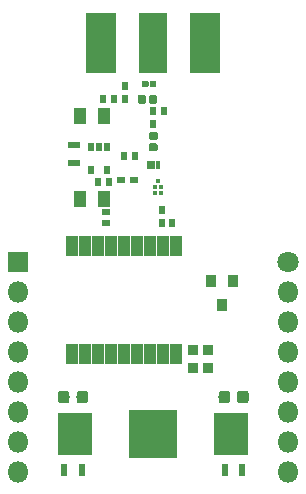
<source format=gts>
G04 #@! TF.GenerationSoftware,KiCad,Pcbnew,(5.0.0)*
G04 #@! TF.CreationDate,2018-09-17T15:57:07-05:00*
G04 #@! TF.ProjectId,TESEO-LIV3F_uBUS,544553454F2D4C495633465F75425553,rev?*
G04 #@! TF.SameCoordinates,Original*
G04 #@! TF.FileFunction,Soldermask,Top*
G04 #@! TF.FilePolarity,Negative*
%FSLAX46Y46*%
G04 Gerber Fmt 4.6, Leading zero omitted, Abs format (unit mm)*
G04 Created by KiCad (PCBNEW (5.0.0)) date 09/17/18 15:57:07*
%MOMM*%
%LPD*%
G01*
G04 APERTURE LIST*
%ADD10R,0.501600X0.701600*%
%ADD11R,0.701600X0.501600*%
%ADD12R,1.001600X1.701600*%
%ADD13R,1.801600X1.801600*%
%ADD14O,1.801600X1.801600*%
%ADD15C,1.801600*%
%ADD16R,4.101600X4.101600*%
%ADD17R,3.001600X3.601600*%
%ADD18R,0.601600X0.701600*%
%ADD19R,0.851600X0.901600*%
%ADD20R,0.701600X0.601600*%
%ADD21C,0.100000*%
%ADD22C,0.501600*%
%ADD23C,0.976600*%
%ADD24R,0.426600X0.351600*%
%ADD25R,2.391600X5.181600*%
%ADD26R,2.521600X5.181600*%
%ADD27C,0.691600*%
%ADD28R,0.901600X1.001600*%
%ADD29R,0.601600X1.001600*%
%ADD30R,0.501600X0.751600*%
%ADD31R,0.346600X0.346600*%
%ADD32R,1.101600X1.351600*%
%ADD33R,1.001600X0.601600*%
G04 APERTURE END LIST*
D10*
G04 #@! TO.C,R7*
X135110000Y-103100000D03*
X134210000Y-103100000D03*
G04 #@! TD*
D11*
G04 #@! TO.C,R9*
X134460000Y-112650000D03*
X134460000Y-113550000D03*
G04 #@! TD*
D10*
G04 #@! TO.C,R8*
X133810000Y-110100000D03*
X134710000Y-110100000D03*
G04 #@! TD*
D12*
G04 #@! TO.C,U3*
X140360000Y-115500000D03*
X139260000Y-115500000D03*
X138160000Y-115500000D03*
X137060000Y-115500000D03*
X135960000Y-115500000D03*
X134860000Y-115500000D03*
X133760000Y-115500000D03*
X132660000Y-115500000D03*
X131560000Y-115500000D03*
X140360000Y-124700000D03*
X139260000Y-124700000D03*
X138160000Y-124700000D03*
X137060000Y-124700000D03*
X135960000Y-124700000D03*
X134860000Y-124700000D03*
X133760000Y-124700000D03*
X132660000Y-124700000D03*
X131560000Y-124700000D03*
G04 #@! TD*
D13*
G04 #@! TO.C,J1*
X127000000Y-116840000D03*
D14*
X127000000Y-119380000D03*
X127000000Y-121920000D03*
X127000000Y-124460000D03*
X127000000Y-127000000D03*
X127000000Y-129540000D03*
X127000000Y-132080000D03*
X127000000Y-134620000D03*
G04 #@! TD*
G04 #@! TO.C,J2*
X149860000Y-134620000D03*
X149860000Y-132080000D03*
X149860000Y-129540000D03*
X149860000Y-127000000D03*
X149860000Y-124460000D03*
X149860000Y-121920000D03*
X149860000Y-119380000D03*
D15*
X149860000Y-116840000D03*
G04 #@! TD*
D16*
G04 #@! TO.C,BT1*
X138430000Y-131445000D03*
D17*
X131830000Y-131445000D03*
X145030000Y-131445000D03*
G04 #@! TD*
D18*
G04 #@! TO.C,C1*
X136060000Y-103050000D03*
X136060000Y-101950000D03*
G04 #@! TD*
D19*
G04 #@! TO.C,C3*
X143060000Y-125850000D03*
X143060000Y-124350000D03*
G04 #@! TD*
D18*
G04 #@! TO.C,C4*
X138460000Y-104100000D03*
X138460000Y-105200000D03*
G04 #@! TD*
D19*
G04 #@! TO.C,C5*
X141860000Y-124350000D03*
X141860000Y-125850000D03*
G04 #@! TD*
D20*
G04 #@! TO.C,C6*
X136810000Y-109900000D03*
X135710000Y-109900000D03*
G04 #@! TD*
D18*
G04 #@! TO.C,C8*
X139160000Y-112450000D03*
X139160000Y-113550000D03*
G04 #@! TD*
D21*
G04 #@! TO.C,D1*
G36*
X138597691Y-101549804D02*
X138609864Y-101551610D01*
X138621802Y-101554600D01*
X138633389Y-101558746D01*
X138644513Y-101564007D01*
X138655069Y-101570334D01*
X138664953Y-101577664D01*
X138674071Y-101585929D01*
X138682336Y-101595047D01*
X138689666Y-101604931D01*
X138695993Y-101615487D01*
X138701254Y-101626611D01*
X138705400Y-101638198D01*
X138708390Y-101650136D01*
X138710196Y-101662309D01*
X138710800Y-101674600D01*
X138710800Y-101925400D01*
X138710196Y-101937691D01*
X138708390Y-101949864D01*
X138705400Y-101961802D01*
X138701254Y-101973389D01*
X138695993Y-101984513D01*
X138689666Y-101995069D01*
X138682336Y-102004953D01*
X138674071Y-102014071D01*
X138664953Y-102022336D01*
X138655069Y-102029666D01*
X138644513Y-102035993D01*
X138633389Y-102041254D01*
X138621802Y-102045400D01*
X138609864Y-102048390D01*
X138597691Y-102050196D01*
X138585400Y-102050800D01*
X138274600Y-102050800D01*
X138262309Y-102050196D01*
X138250136Y-102048390D01*
X138238198Y-102045400D01*
X138226611Y-102041254D01*
X138215487Y-102035993D01*
X138204931Y-102029666D01*
X138195047Y-102022336D01*
X138185929Y-102014071D01*
X138177664Y-102004953D01*
X138170334Y-101995069D01*
X138164007Y-101984513D01*
X138158746Y-101973389D01*
X138154600Y-101961802D01*
X138151610Y-101949864D01*
X138149804Y-101937691D01*
X138149200Y-101925400D01*
X138149200Y-101674600D01*
X138149804Y-101662309D01*
X138151610Y-101650136D01*
X138154600Y-101638198D01*
X138158746Y-101626611D01*
X138164007Y-101615487D01*
X138170334Y-101604931D01*
X138177664Y-101595047D01*
X138185929Y-101585929D01*
X138195047Y-101577664D01*
X138204931Y-101570334D01*
X138215487Y-101564007D01*
X138226611Y-101558746D01*
X138238198Y-101554600D01*
X138250136Y-101551610D01*
X138262309Y-101549804D01*
X138274600Y-101549200D01*
X138585400Y-101549200D01*
X138597691Y-101549804D01*
X138597691Y-101549804D01*
G37*
D22*
X138430000Y-101800000D03*
D21*
G36*
X137957691Y-101549804D02*
X137969864Y-101551610D01*
X137981802Y-101554600D01*
X137993389Y-101558746D01*
X138004513Y-101564007D01*
X138015069Y-101570334D01*
X138024953Y-101577664D01*
X138034071Y-101585929D01*
X138042336Y-101595047D01*
X138049666Y-101604931D01*
X138055993Y-101615487D01*
X138061254Y-101626611D01*
X138065400Y-101638198D01*
X138068390Y-101650136D01*
X138070196Y-101662309D01*
X138070800Y-101674600D01*
X138070800Y-101925400D01*
X138070196Y-101937691D01*
X138068390Y-101949864D01*
X138065400Y-101961802D01*
X138061254Y-101973389D01*
X138055993Y-101984513D01*
X138049666Y-101995069D01*
X138042336Y-102004953D01*
X138034071Y-102014071D01*
X138024953Y-102022336D01*
X138015069Y-102029666D01*
X138004513Y-102035993D01*
X137993389Y-102041254D01*
X137981802Y-102045400D01*
X137969864Y-102048390D01*
X137957691Y-102050196D01*
X137945400Y-102050800D01*
X137634600Y-102050800D01*
X137622309Y-102050196D01*
X137610136Y-102048390D01*
X137598198Y-102045400D01*
X137586611Y-102041254D01*
X137575487Y-102035993D01*
X137564931Y-102029666D01*
X137555047Y-102022336D01*
X137545929Y-102014071D01*
X137537664Y-102004953D01*
X137530334Y-101995069D01*
X137524007Y-101984513D01*
X137518746Y-101973389D01*
X137514600Y-101961802D01*
X137511610Y-101949864D01*
X137509804Y-101937691D01*
X137509200Y-101925400D01*
X137509200Y-101674600D01*
X137509804Y-101662309D01*
X137511610Y-101650136D01*
X137514600Y-101638198D01*
X137518746Y-101626611D01*
X137524007Y-101615487D01*
X137530334Y-101604931D01*
X137537664Y-101595047D01*
X137545929Y-101585929D01*
X137555047Y-101577664D01*
X137564931Y-101570334D01*
X137575487Y-101564007D01*
X137586611Y-101558746D01*
X137598198Y-101554600D01*
X137610136Y-101551610D01*
X137622309Y-101549804D01*
X137634600Y-101549200D01*
X137945400Y-101549200D01*
X137957691Y-101549804D01*
X137957691Y-101549804D01*
G37*
D22*
X137790000Y-101800000D03*
G04 #@! TD*
D21*
G04 #@! TO.C,D2*
G36*
X132715581Y-127775376D02*
X132739281Y-127778891D01*
X132762523Y-127784713D01*
X132785082Y-127792785D01*
X132806742Y-127803029D01*
X132827292Y-127815347D01*
X132846537Y-127829619D01*
X132864290Y-127845710D01*
X132880381Y-127863463D01*
X132894653Y-127882708D01*
X132906971Y-127903258D01*
X132917215Y-127924918D01*
X132925287Y-127947477D01*
X132931109Y-127970719D01*
X132934624Y-127994419D01*
X132935800Y-128018350D01*
X132935800Y-128581650D01*
X132934624Y-128605581D01*
X132931109Y-128629281D01*
X132925287Y-128652523D01*
X132917215Y-128675082D01*
X132906971Y-128696742D01*
X132894653Y-128717292D01*
X132880381Y-128736537D01*
X132864290Y-128754290D01*
X132846537Y-128770381D01*
X132827292Y-128784653D01*
X132806742Y-128796971D01*
X132785082Y-128807215D01*
X132762523Y-128815287D01*
X132739281Y-128821109D01*
X132715581Y-128824624D01*
X132691650Y-128825800D01*
X132203350Y-128825800D01*
X132179419Y-128824624D01*
X132155719Y-128821109D01*
X132132477Y-128815287D01*
X132109918Y-128807215D01*
X132088258Y-128796971D01*
X132067708Y-128784653D01*
X132048463Y-128770381D01*
X132030710Y-128754290D01*
X132014619Y-128736537D01*
X132000347Y-128717292D01*
X131988029Y-128696742D01*
X131977785Y-128675082D01*
X131969713Y-128652523D01*
X131963891Y-128629281D01*
X131960376Y-128605581D01*
X131959200Y-128581650D01*
X131959200Y-128018350D01*
X131960376Y-127994419D01*
X131963891Y-127970719D01*
X131969713Y-127947477D01*
X131977785Y-127924918D01*
X131988029Y-127903258D01*
X132000347Y-127882708D01*
X132014619Y-127863463D01*
X132030710Y-127845710D01*
X132048463Y-127829619D01*
X132067708Y-127815347D01*
X132088258Y-127803029D01*
X132109918Y-127792785D01*
X132132477Y-127784713D01*
X132155719Y-127778891D01*
X132179419Y-127775376D01*
X132203350Y-127774200D01*
X132691650Y-127774200D01*
X132715581Y-127775376D01*
X132715581Y-127775376D01*
G37*
D23*
X132447500Y-128300000D03*
D21*
G36*
X131140581Y-127775376D02*
X131164281Y-127778891D01*
X131187523Y-127784713D01*
X131210082Y-127792785D01*
X131231742Y-127803029D01*
X131252292Y-127815347D01*
X131271537Y-127829619D01*
X131289290Y-127845710D01*
X131305381Y-127863463D01*
X131319653Y-127882708D01*
X131331971Y-127903258D01*
X131342215Y-127924918D01*
X131350287Y-127947477D01*
X131356109Y-127970719D01*
X131359624Y-127994419D01*
X131360800Y-128018350D01*
X131360800Y-128581650D01*
X131359624Y-128605581D01*
X131356109Y-128629281D01*
X131350287Y-128652523D01*
X131342215Y-128675082D01*
X131331971Y-128696742D01*
X131319653Y-128717292D01*
X131305381Y-128736537D01*
X131289290Y-128754290D01*
X131271537Y-128770381D01*
X131252292Y-128784653D01*
X131231742Y-128796971D01*
X131210082Y-128807215D01*
X131187523Y-128815287D01*
X131164281Y-128821109D01*
X131140581Y-128824624D01*
X131116650Y-128825800D01*
X130628350Y-128825800D01*
X130604419Y-128824624D01*
X130580719Y-128821109D01*
X130557477Y-128815287D01*
X130534918Y-128807215D01*
X130513258Y-128796971D01*
X130492708Y-128784653D01*
X130473463Y-128770381D01*
X130455710Y-128754290D01*
X130439619Y-128736537D01*
X130425347Y-128717292D01*
X130413029Y-128696742D01*
X130402785Y-128675082D01*
X130394713Y-128652523D01*
X130388891Y-128629281D01*
X130385376Y-128605581D01*
X130384200Y-128581650D01*
X130384200Y-128018350D01*
X130385376Y-127994419D01*
X130388891Y-127970719D01*
X130394713Y-127947477D01*
X130402785Y-127924918D01*
X130413029Y-127903258D01*
X130425347Y-127882708D01*
X130439619Y-127863463D01*
X130455710Y-127845710D01*
X130473463Y-127829619D01*
X130492708Y-127815347D01*
X130513258Y-127803029D01*
X130534918Y-127792785D01*
X130557477Y-127784713D01*
X130580719Y-127778891D01*
X130604419Y-127775376D01*
X130628350Y-127774200D01*
X131116650Y-127774200D01*
X131140581Y-127775376D01*
X131140581Y-127775376D01*
G37*
D23*
X130872500Y-128300000D03*
G04 #@! TD*
D21*
G04 #@! TO.C,D3*
G36*
X144740581Y-127775376D02*
X144764281Y-127778891D01*
X144787523Y-127784713D01*
X144810082Y-127792785D01*
X144831742Y-127803029D01*
X144852292Y-127815347D01*
X144871537Y-127829619D01*
X144889290Y-127845710D01*
X144905381Y-127863463D01*
X144919653Y-127882708D01*
X144931971Y-127903258D01*
X144942215Y-127924918D01*
X144950287Y-127947477D01*
X144956109Y-127970719D01*
X144959624Y-127994419D01*
X144960800Y-128018350D01*
X144960800Y-128581650D01*
X144959624Y-128605581D01*
X144956109Y-128629281D01*
X144950287Y-128652523D01*
X144942215Y-128675082D01*
X144931971Y-128696742D01*
X144919653Y-128717292D01*
X144905381Y-128736537D01*
X144889290Y-128754290D01*
X144871537Y-128770381D01*
X144852292Y-128784653D01*
X144831742Y-128796971D01*
X144810082Y-128807215D01*
X144787523Y-128815287D01*
X144764281Y-128821109D01*
X144740581Y-128824624D01*
X144716650Y-128825800D01*
X144228350Y-128825800D01*
X144204419Y-128824624D01*
X144180719Y-128821109D01*
X144157477Y-128815287D01*
X144134918Y-128807215D01*
X144113258Y-128796971D01*
X144092708Y-128784653D01*
X144073463Y-128770381D01*
X144055710Y-128754290D01*
X144039619Y-128736537D01*
X144025347Y-128717292D01*
X144013029Y-128696742D01*
X144002785Y-128675082D01*
X143994713Y-128652523D01*
X143988891Y-128629281D01*
X143985376Y-128605581D01*
X143984200Y-128581650D01*
X143984200Y-128018350D01*
X143985376Y-127994419D01*
X143988891Y-127970719D01*
X143994713Y-127947477D01*
X144002785Y-127924918D01*
X144013029Y-127903258D01*
X144025347Y-127882708D01*
X144039619Y-127863463D01*
X144055710Y-127845710D01*
X144073463Y-127829619D01*
X144092708Y-127815347D01*
X144113258Y-127803029D01*
X144134918Y-127792785D01*
X144157477Y-127784713D01*
X144180719Y-127778891D01*
X144204419Y-127775376D01*
X144228350Y-127774200D01*
X144716650Y-127774200D01*
X144740581Y-127775376D01*
X144740581Y-127775376D01*
G37*
D23*
X144472500Y-128300000D03*
D21*
G36*
X146315581Y-127775376D02*
X146339281Y-127778891D01*
X146362523Y-127784713D01*
X146385082Y-127792785D01*
X146406742Y-127803029D01*
X146427292Y-127815347D01*
X146446537Y-127829619D01*
X146464290Y-127845710D01*
X146480381Y-127863463D01*
X146494653Y-127882708D01*
X146506971Y-127903258D01*
X146517215Y-127924918D01*
X146525287Y-127947477D01*
X146531109Y-127970719D01*
X146534624Y-127994419D01*
X146535800Y-128018350D01*
X146535800Y-128581650D01*
X146534624Y-128605581D01*
X146531109Y-128629281D01*
X146525287Y-128652523D01*
X146517215Y-128675082D01*
X146506971Y-128696742D01*
X146494653Y-128717292D01*
X146480381Y-128736537D01*
X146464290Y-128754290D01*
X146446537Y-128770381D01*
X146427292Y-128784653D01*
X146406742Y-128796971D01*
X146385082Y-128807215D01*
X146362523Y-128815287D01*
X146339281Y-128821109D01*
X146315581Y-128824624D01*
X146291650Y-128825800D01*
X145803350Y-128825800D01*
X145779419Y-128824624D01*
X145755719Y-128821109D01*
X145732477Y-128815287D01*
X145709918Y-128807215D01*
X145688258Y-128796971D01*
X145667708Y-128784653D01*
X145648463Y-128770381D01*
X145630710Y-128754290D01*
X145614619Y-128736537D01*
X145600347Y-128717292D01*
X145588029Y-128696742D01*
X145577785Y-128675082D01*
X145569713Y-128652523D01*
X145563891Y-128629281D01*
X145560376Y-128605581D01*
X145559200Y-128581650D01*
X145559200Y-128018350D01*
X145560376Y-127994419D01*
X145563891Y-127970719D01*
X145569713Y-127947477D01*
X145577785Y-127924918D01*
X145588029Y-127903258D01*
X145600347Y-127882708D01*
X145614619Y-127863463D01*
X145630710Y-127845710D01*
X145648463Y-127829619D01*
X145667708Y-127815347D01*
X145688258Y-127803029D01*
X145709918Y-127792785D01*
X145732477Y-127784713D01*
X145755719Y-127778891D01*
X145779419Y-127775376D01*
X145803350Y-127774200D01*
X146291650Y-127774200D01*
X146315581Y-127775376D01*
X146315581Y-127775376D01*
G37*
D23*
X146047500Y-128300000D03*
G04 #@! TD*
D24*
G04 #@! TO.C,F1*
X139147500Y-110550000D03*
X139147500Y-111050000D03*
X138572500Y-111050000D03*
X138572500Y-110550000D03*
X138860000Y-110050000D03*
G04 #@! TD*
D25*
G04 #@! TO.C,J3*
X138430000Y-98298000D03*
D26*
X142810000Y-98298000D03*
X134050000Y-98298000D03*
G04 #@! TD*
D21*
G04 #@! TO.C,L1*
G36*
X137664847Y-102730033D02*
X137681631Y-102732522D01*
X137698090Y-102736645D01*
X137714066Y-102742361D01*
X137729404Y-102749616D01*
X137743958Y-102758339D01*
X137757587Y-102768446D01*
X137770159Y-102779841D01*
X137781554Y-102792413D01*
X137791661Y-102806042D01*
X137800384Y-102820596D01*
X137807639Y-102835934D01*
X137813355Y-102851910D01*
X137817478Y-102868369D01*
X137819967Y-102885153D01*
X137820800Y-102902100D01*
X137820800Y-103297900D01*
X137819967Y-103314847D01*
X137817478Y-103331631D01*
X137813355Y-103348090D01*
X137807639Y-103364066D01*
X137800384Y-103379404D01*
X137791661Y-103393958D01*
X137781554Y-103407587D01*
X137770159Y-103420159D01*
X137757587Y-103431554D01*
X137743958Y-103441661D01*
X137729404Y-103450384D01*
X137714066Y-103457639D01*
X137698090Y-103463355D01*
X137681631Y-103467478D01*
X137664847Y-103469967D01*
X137647900Y-103470800D01*
X137302100Y-103470800D01*
X137285153Y-103469967D01*
X137268369Y-103467478D01*
X137251910Y-103463355D01*
X137235934Y-103457639D01*
X137220596Y-103450384D01*
X137206042Y-103441661D01*
X137192413Y-103431554D01*
X137179841Y-103420159D01*
X137168446Y-103407587D01*
X137158339Y-103393958D01*
X137149616Y-103379404D01*
X137142361Y-103364066D01*
X137136645Y-103348090D01*
X137132522Y-103331631D01*
X137130033Y-103314847D01*
X137129200Y-103297900D01*
X137129200Y-102902100D01*
X137130033Y-102885153D01*
X137132522Y-102868369D01*
X137136645Y-102851910D01*
X137142361Y-102835934D01*
X137149616Y-102820596D01*
X137158339Y-102806042D01*
X137168446Y-102792413D01*
X137179841Y-102779841D01*
X137192413Y-102768446D01*
X137206042Y-102758339D01*
X137220596Y-102749616D01*
X137235934Y-102742361D01*
X137251910Y-102736645D01*
X137268369Y-102732522D01*
X137285153Y-102730033D01*
X137302100Y-102729200D01*
X137647900Y-102729200D01*
X137664847Y-102730033D01*
X137664847Y-102730033D01*
G37*
D27*
X137475000Y-103100000D03*
D21*
G36*
X138634847Y-102730033D02*
X138651631Y-102732522D01*
X138668090Y-102736645D01*
X138684066Y-102742361D01*
X138699404Y-102749616D01*
X138713958Y-102758339D01*
X138727587Y-102768446D01*
X138740159Y-102779841D01*
X138751554Y-102792413D01*
X138761661Y-102806042D01*
X138770384Y-102820596D01*
X138777639Y-102835934D01*
X138783355Y-102851910D01*
X138787478Y-102868369D01*
X138789967Y-102885153D01*
X138790800Y-102902100D01*
X138790800Y-103297900D01*
X138789967Y-103314847D01*
X138787478Y-103331631D01*
X138783355Y-103348090D01*
X138777639Y-103364066D01*
X138770384Y-103379404D01*
X138761661Y-103393958D01*
X138751554Y-103407587D01*
X138740159Y-103420159D01*
X138727587Y-103431554D01*
X138713958Y-103441661D01*
X138699404Y-103450384D01*
X138684066Y-103457639D01*
X138668090Y-103463355D01*
X138651631Y-103467478D01*
X138634847Y-103469967D01*
X138617900Y-103470800D01*
X138272100Y-103470800D01*
X138255153Y-103469967D01*
X138238369Y-103467478D01*
X138221910Y-103463355D01*
X138205934Y-103457639D01*
X138190596Y-103450384D01*
X138176042Y-103441661D01*
X138162413Y-103431554D01*
X138149841Y-103420159D01*
X138138446Y-103407587D01*
X138128339Y-103393958D01*
X138119616Y-103379404D01*
X138112361Y-103364066D01*
X138106645Y-103348090D01*
X138102522Y-103331631D01*
X138100033Y-103314847D01*
X138099200Y-103297900D01*
X138099200Y-102902100D01*
X138100033Y-102885153D01*
X138102522Y-102868369D01*
X138106645Y-102851910D01*
X138112361Y-102835934D01*
X138119616Y-102820596D01*
X138128339Y-102806042D01*
X138138446Y-102792413D01*
X138149841Y-102779841D01*
X138162413Y-102768446D01*
X138176042Y-102758339D01*
X138190596Y-102749616D01*
X138205934Y-102742361D01*
X138221910Y-102736645D01*
X138238369Y-102732522D01*
X138255153Y-102730033D01*
X138272100Y-102729200D01*
X138617900Y-102729200D01*
X138634847Y-102730033D01*
X138634847Y-102730033D01*
G37*
D27*
X138445000Y-103100000D03*
G04 #@! TD*
D21*
G04 #@! TO.C,L2*
G36*
X138674847Y-106825033D02*
X138691631Y-106827522D01*
X138708090Y-106831645D01*
X138724066Y-106837361D01*
X138739404Y-106844616D01*
X138753958Y-106853339D01*
X138767587Y-106863446D01*
X138780159Y-106874841D01*
X138791554Y-106887413D01*
X138801661Y-106901042D01*
X138810384Y-106915596D01*
X138817639Y-106930934D01*
X138823355Y-106946910D01*
X138827478Y-106963369D01*
X138829967Y-106980153D01*
X138830800Y-106997100D01*
X138830800Y-107342900D01*
X138829967Y-107359847D01*
X138827478Y-107376631D01*
X138823355Y-107393090D01*
X138817639Y-107409066D01*
X138810384Y-107424404D01*
X138801661Y-107438958D01*
X138791554Y-107452587D01*
X138780159Y-107465159D01*
X138767587Y-107476554D01*
X138753958Y-107486661D01*
X138739404Y-107495384D01*
X138724066Y-107502639D01*
X138708090Y-107508355D01*
X138691631Y-107512478D01*
X138674847Y-107514967D01*
X138657900Y-107515800D01*
X138262100Y-107515800D01*
X138245153Y-107514967D01*
X138228369Y-107512478D01*
X138211910Y-107508355D01*
X138195934Y-107502639D01*
X138180596Y-107495384D01*
X138166042Y-107486661D01*
X138152413Y-107476554D01*
X138139841Y-107465159D01*
X138128446Y-107452587D01*
X138118339Y-107438958D01*
X138109616Y-107424404D01*
X138102361Y-107409066D01*
X138096645Y-107393090D01*
X138092522Y-107376631D01*
X138090033Y-107359847D01*
X138089200Y-107342900D01*
X138089200Y-106997100D01*
X138090033Y-106980153D01*
X138092522Y-106963369D01*
X138096645Y-106946910D01*
X138102361Y-106930934D01*
X138109616Y-106915596D01*
X138118339Y-106901042D01*
X138128446Y-106887413D01*
X138139841Y-106874841D01*
X138152413Y-106863446D01*
X138166042Y-106853339D01*
X138180596Y-106844616D01*
X138195934Y-106837361D01*
X138211910Y-106831645D01*
X138228369Y-106827522D01*
X138245153Y-106825033D01*
X138262100Y-106824200D01*
X138657900Y-106824200D01*
X138674847Y-106825033D01*
X138674847Y-106825033D01*
G37*
D27*
X138460000Y-107170000D03*
D21*
G36*
X138674847Y-105855033D02*
X138691631Y-105857522D01*
X138708090Y-105861645D01*
X138724066Y-105867361D01*
X138739404Y-105874616D01*
X138753958Y-105883339D01*
X138767587Y-105893446D01*
X138780159Y-105904841D01*
X138791554Y-105917413D01*
X138801661Y-105931042D01*
X138810384Y-105945596D01*
X138817639Y-105960934D01*
X138823355Y-105976910D01*
X138827478Y-105993369D01*
X138829967Y-106010153D01*
X138830800Y-106027100D01*
X138830800Y-106372900D01*
X138829967Y-106389847D01*
X138827478Y-106406631D01*
X138823355Y-106423090D01*
X138817639Y-106439066D01*
X138810384Y-106454404D01*
X138801661Y-106468958D01*
X138791554Y-106482587D01*
X138780159Y-106495159D01*
X138767587Y-106506554D01*
X138753958Y-106516661D01*
X138739404Y-106525384D01*
X138724066Y-106532639D01*
X138708090Y-106538355D01*
X138691631Y-106542478D01*
X138674847Y-106544967D01*
X138657900Y-106545800D01*
X138262100Y-106545800D01*
X138245153Y-106544967D01*
X138228369Y-106542478D01*
X138211910Y-106538355D01*
X138195934Y-106532639D01*
X138180596Y-106525384D01*
X138166042Y-106516661D01*
X138152413Y-106506554D01*
X138139841Y-106495159D01*
X138128446Y-106482587D01*
X138118339Y-106468958D01*
X138109616Y-106454404D01*
X138102361Y-106439066D01*
X138096645Y-106423090D01*
X138092522Y-106406631D01*
X138090033Y-106389847D01*
X138089200Y-106372900D01*
X138089200Y-106027100D01*
X138090033Y-106010153D01*
X138092522Y-105993369D01*
X138096645Y-105976910D01*
X138102361Y-105960934D01*
X138109616Y-105945596D01*
X138118339Y-105931042D01*
X138128446Y-105917413D01*
X138139841Y-105904841D01*
X138152413Y-105893446D01*
X138166042Y-105883339D01*
X138180596Y-105874616D01*
X138195934Y-105867361D01*
X138211910Y-105861645D01*
X138228369Y-105857522D01*
X138245153Y-105855033D01*
X138262100Y-105854200D01*
X138657900Y-105854200D01*
X138674847Y-105855033D01*
X138674847Y-105855033D01*
G37*
D27*
X138460000Y-106200000D03*
G04 #@! TD*
D28*
G04 #@! TO.C,Q1*
X145210000Y-118500000D03*
X143310000Y-118500000D03*
X144260000Y-120500000D03*
G04 #@! TD*
D10*
G04 #@! TO.C,R1*
X138460000Y-104100000D03*
X139360000Y-104100000D03*
G04 #@! TD*
G04 #@! TO.C,R3*
X136010000Y-107900000D03*
X136910000Y-107900000D03*
G04 #@! TD*
D29*
G04 #@! TO.C,R4*
X130910000Y-134500000D03*
X132410000Y-134500000D03*
G04 #@! TD*
D10*
G04 #@! TO.C,R5*
X140060000Y-113550000D03*
X139160000Y-113550000D03*
G04 #@! TD*
D29*
G04 #@! TO.C,R6*
X144510000Y-134500000D03*
X146010000Y-134500000D03*
G04 #@! TD*
D30*
G04 #@! TO.C,U1*
X134510000Y-107150000D03*
X133210000Y-107150000D03*
X133860000Y-107150000D03*
X133210000Y-109050000D03*
X134510000Y-109050000D03*
G04 #@! TD*
D31*
G04 #@! TO.C,U2*
X138060000Y-108850000D03*
X138460000Y-108850000D03*
X138860000Y-108850000D03*
X138860000Y-108450000D03*
X138460000Y-108450000D03*
X138060000Y-108450000D03*
G04 #@! TD*
D32*
G04 #@! TO.C,C2*
X134260000Y-104500000D03*
X132260000Y-104500000D03*
G04 #@! TD*
G04 #@! TO.C,C7*
X132260000Y-111500000D03*
X134260000Y-111500000D03*
G04 #@! TD*
D33*
G04 #@! TO.C,R2*
X131772000Y-108450000D03*
X131772000Y-106950000D03*
G04 #@! TD*
M02*

</source>
